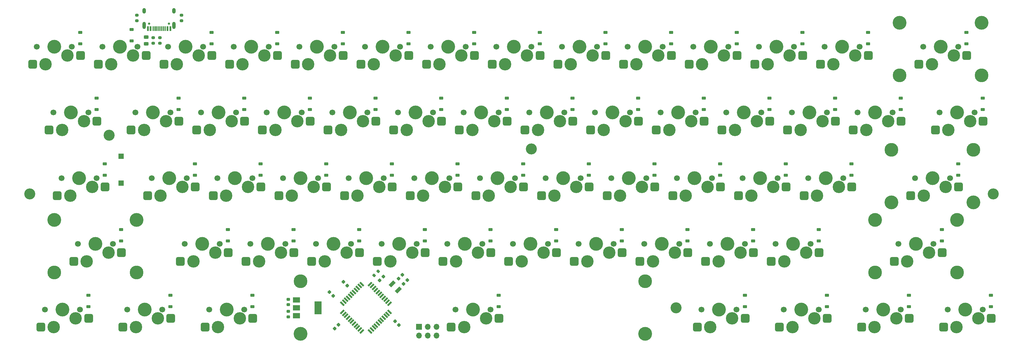
<source format=gbr>
%TF.GenerationSoftware,KiCad,Pcbnew,9.0.3*%
%TF.CreationDate,2025-08-02T20:14:01-05:00*%
%TF.ProjectId,my-keyboard,6d792d6b-6579-4626-9f61-72642e6b6963,1.0*%
%TF.SameCoordinates,Original*%
%TF.FileFunction,Soldermask,Bot*%
%TF.FilePolarity,Negative*%
%FSLAX46Y46*%
G04 Gerber Fmt 4.6, Leading zero omitted, Abs format (unit mm)*
G04 Created by KiCad (PCBNEW 9.0.3) date 2025-08-02 20:14:01*
%MOMM*%
%LPD*%
G01*
G04 APERTURE LIST*
G04 Aperture macros list*
%AMRoundRect*
0 Rectangle with rounded corners*
0 $1 Rounding radius*
0 $2 $3 $4 $5 $6 $7 $8 $9 X,Y pos of 4 corners*
0 Add a 4 corners polygon primitive as box body*
4,1,4,$2,$3,$4,$5,$6,$7,$8,$9,$2,$3,0*
0 Add four circle primitives for the rounded corners*
1,1,$1+$1,$2,$3*
1,1,$1+$1,$4,$5*
1,1,$1+$1,$6,$7*
1,1,$1+$1,$8,$9*
0 Add four rect primitives between the rounded corners*
20,1,$1+$1,$2,$3,$4,$5,0*
20,1,$1+$1,$4,$5,$6,$7,0*
20,1,$1+$1,$6,$7,$8,$9,0*
20,1,$1+$1,$8,$9,$2,$3,0*%
%AMRotRect*
0 Rectangle, with rotation*
0 The origin of the aperture is its center*
0 $1 length*
0 $2 width*
0 $3 Rotation angle, in degrees counterclockwise*
0 Add horizontal line*
21,1,$1,$2,0,0,$3*%
G04 Aperture macros list end*
%ADD10C,1.700000*%
%ADD11C,4.000000*%
%ADD12RoundRect,0.500000X-0.750000X-0.775000X0.750000X-0.775000X0.750000X0.775000X-0.750000X0.775000X0*%
%ADD13C,3.600000*%
%ADD14C,3.987800*%
%ADD15RoundRect,0.225000X-0.375000X0.225000X-0.375000X-0.225000X0.375000X-0.225000X0.375000X0.225000X0*%
%ADD16R,1.700000X1.700000*%
%ADD17O,1.700000X1.700000*%
%ADD18RoundRect,0.225000X-0.017678X0.335876X-0.335876X0.017678X0.017678X-0.335876X0.335876X-0.017678X0*%
%ADD19RoundRect,0.225000X0.017678X-0.335876X0.335876X-0.017678X-0.017678X0.335876X-0.335876X0.017678X0*%
%ADD20RoundRect,0.200000X0.275000X-0.200000X0.275000X0.200000X-0.275000X0.200000X-0.275000X-0.200000X0*%
%ADD21C,3.200000*%
%ADD22RotRect,1.500000X0.550000X315.000000*%
%ADD23RotRect,1.500000X0.550000X225.000000*%
%ADD24RoundRect,0.200000X-0.053033X0.335876X-0.335876X0.053033X0.053033X-0.335876X0.335876X-0.053033X0*%
%ADD25RoundRect,0.200000X-0.275000X0.200000X-0.275000X-0.200000X0.275000X-0.200000X0.275000X0.200000X0*%
%ADD26RoundRect,0.225000X0.335876X0.017678X0.017678X0.335876X-0.335876X-0.017678X-0.017678X-0.335876X0*%
%ADD27RoundRect,0.225000X-0.250000X0.225000X-0.250000X-0.225000X0.250000X-0.225000X0.250000X0.225000X0*%
%ADD28RotRect,1.000000X1.800000X135.000000*%
%ADD29RoundRect,0.243750X-0.456250X0.243750X-0.456250X-0.243750X0.456250X-0.243750X0.456250X0.243750X0*%
%ADD30RoundRect,0.225000X0.250000X-0.225000X0.250000X0.225000X-0.250000X0.225000X-0.250000X-0.225000X0*%
%ADD31R,1.500000X1.500000*%
%ADD32C,0.650000*%
%ADD33R,0.600000X1.450000*%
%ADD34R,0.300000X1.450000*%
%ADD35O,1.000000X1.600000*%
%ADD36O,1.000000X2.100000*%
%ADD37R,2.000000X1.500000*%
%ADD38R,2.000000X3.800000*%
%ADD39RoundRect,0.225000X-0.335876X-0.017678X-0.017678X-0.335876X0.335876X0.017678X0.017678X0.335876X0*%
G04 APERTURE END LIST*
D10*
%TO.C,KEY4*%
X63672500Y-12360000D03*
D11*
X68752500Y-12360000D03*
D10*
X73832500Y-12360000D03*
D12*
X62462500Y-17440000D03*
D13*
X66212500Y-17440000D03*
X72562500Y-14900000D03*
D12*
X76312500Y-14900000D03*
%TD*%
D11*
%TO.C,S41*%
X278302500Y-57445000D03*
D14*
X278302500Y-42205000D03*
D11*
X254490000Y-57445000D03*
D14*
X254490000Y-42205000D03*
%TD*%
D10*
%TO.C,KEY16*%
X35097500Y-31410000D03*
D11*
X40177500Y-31410000D03*
D10*
X45257500Y-31410000D03*
D12*
X33887500Y-36490000D03*
D13*
X37637500Y-36490000D03*
X43987500Y-33950000D03*
D12*
X47737500Y-33950000D03*
%TD*%
D10*
%TO.C,KEY47*%
X125585000Y-69510000D03*
D11*
X130665000Y-69510000D03*
D10*
X135745000Y-69510000D03*
D12*
X124375000Y-74590000D03*
D13*
X128125000Y-74590000D03*
X134475000Y-72050000D03*
D12*
X138225000Y-72050000D03*
%TD*%
D10*
%TO.C,KEY45*%
X87485000Y-69510000D03*
D11*
X92565000Y-69510000D03*
D10*
X97645000Y-69510000D03*
D12*
X86275000Y-74590000D03*
D13*
X90025000Y-74590000D03*
X96375000Y-72050000D03*
D12*
X100125000Y-72050000D03*
%TD*%
D10*
%TO.C,KEY48*%
X144635000Y-69510000D03*
D11*
X149715000Y-69510000D03*
D10*
X154795000Y-69510000D03*
D12*
X143425000Y-74590000D03*
D13*
X147175000Y-74590000D03*
X153525000Y-72050000D03*
D12*
X157275000Y-72050000D03*
%TD*%
D10*
%TO.C,KEY59*%
X223216250Y-88560000D03*
D11*
X228296250Y-88560000D03*
D10*
X233376250Y-88560000D03*
D12*
X222006250Y-93640000D03*
D13*
X225756250Y-93640000D03*
X232106250Y-91100000D03*
D12*
X235856250Y-91100000D03*
%TD*%
D10*
%TO.C,KEY21*%
X130347500Y-31410000D03*
D11*
X135427500Y-31410000D03*
D10*
X140507500Y-31410000D03*
D12*
X129137500Y-36490000D03*
D13*
X132887500Y-36490000D03*
X139237500Y-33950000D03*
D12*
X142987500Y-33950000D03*
%TD*%
D10*
%TO.C,KEY58*%
X199403750Y-88560000D03*
D11*
X204483750Y-88560000D03*
D10*
X209563750Y-88560000D03*
D12*
X198193750Y-93640000D03*
D13*
X201943750Y-93640000D03*
X208293750Y-91100000D03*
D12*
X212043750Y-91100000D03*
%TD*%
D10*
%TO.C,KEY32*%
X77960000Y-50460000D03*
D11*
X83040000Y-50460000D03*
D10*
X88120000Y-50460000D03*
D12*
X76750000Y-55540000D03*
D13*
X80500000Y-55540000D03*
X86850000Y-53000000D03*
D12*
X90600000Y-53000000D03*
%TD*%
D10*
%TO.C,KEY6*%
X101772500Y-12360000D03*
D11*
X106852500Y-12360000D03*
D10*
X111932500Y-12360000D03*
D12*
X100562500Y-17440000D03*
D13*
X104312500Y-17440000D03*
X110662500Y-14900000D03*
D12*
X114412500Y-14900000D03*
%TD*%
D10*
%TO.C,KEY53*%
X256553750Y-69510000D03*
D11*
X261633750Y-69510000D03*
D10*
X266713750Y-69510000D03*
D12*
X255343750Y-74590000D03*
D13*
X259093750Y-74590000D03*
X265443750Y-72050000D03*
D12*
X269193750Y-72050000D03*
%TD*%
D10*
%TO.C,KEY26*%
X225597500Y-31410000D03*
D11*
X230677500Y-31410000D03*
D10*
X235757500Y-31410000D03*
D12*
X224387500Y-36490000D03*
D13*
X228137500Y-36490000D03*
X234487500Y-33950000D03*
D12*
X238237500Y-33950000D03*
%TD*%
D10*
%TO.C,KEY15*%
X11285000Y-31410000D03*
D11*
X16365000Y-31410000D03*
D10*
X21445000Y-31410000D03*
D12*
X10075000Y-36490000D03*
D13*
X13825000Y-36490000D03*
X20175000Y-33950000D03*
D12*
X23925000Y-33950000D03*
%TD*%
D10*
%TO.C,KEY55*%
X32716250Y-88560000D03*
D11*
X37796250Y-88560000D03*
D10*
X42876250Y-88560000D03*
D12*
X31506250Y-93640000D03*
D13*
X35256250Y-93640000D03*
X41606250Y-91100000D03*
D12*
X45356250Y-91100000D03*
%TD*%
D10*
%TO.C,KEY29*%
X13666250Y-50460000D03*
D11*
X18746250Y-50460000D03*
D10*
X23826250Y-50460000D03*
D12*
X12456250Y-55540000D03*
D13*
X16206250Y-55540000D03*
X22556250Y-53000000D03*
D12*
X26306250Y-53000000D03*
%TD*%
D10*
%TO.C,KEY46*%
X106535000Y-69510000D03*
D11*
X111615000Y-69510000D03*
D10*
X116695000Y-69510000D03*
D12*
X105325000Y-74590000D03*
D13*
X109075000Y-74590000D03*
X115425000Y-72050000D03*
D12*
X119175000Y-72050000D03*
%TD*%
D10*
%TO.C,KEY35*%
X135110000Y-50460000D03*
D11*
X140190000Y-50460000D03*
D10*
X145270000Y-50460000D03*
D12*
X133900000Y-55540000D03*
D13*
X137650000Y-55540000D03*
X144000000Y-53000000D03*
D12*
X147750000Y-53000000D03*
%TD*%
D10*
%TO.C,KEY31*%
X58910000Y-50460000D03*
D11*
X63990000Y-50460000D03*
D10*
X69070000Y-50460000D03*
D12*
X57700000Y-55540000D03*
D13*
X61450000Y-55540000D03*
X67800000Y-53000000D03*
D12*
X71550000Y-53000000D03*
%TD*%
D10*
%TO.C,KEY19*%
X92247500Y-31410000D03*
D11*
X97327500Y-31410000D03*
D10*
X102407500Y-31410000D03*
D12*
X91037500Y-36490000D03*
D13*
X94787500Y-36490000D03*
X101137500Y-33950000D03*
D12*
X104887500Y-33950000D03*
%TD*%
D10*
%TO.C,KEY8*%
X139872500Y-12360000D03*
D11*
X144952500Y-12360000D03*
D10*
X150032500Y-12360000D03*
D12*
X138662500Y-17440000D03*
D13*
X142412500Y-17440000D03*
X148762500Y-14900000D03*
D12*
X152512500Y-14900000D03*
%TD*%
D10*
%TO.C,KEY37*%
X173210000Y-50460000D03*
D11*
X178290000Y-50460000D03*
D10*
X183370000Y-50460000D03*
D12*
X172000000Y-55540000D03*
D13*
X175750000Y-55540000D03*
X182100000Y-53000000D03*
D12*
X185850000Y-53000000D03*
%TD*%
D11*
%TO.C,S57*%
X183052500Y-95545000D03*
D14*
X183052500Y-80305000D03*
D11*
X83040000Y-95545000D03*
D14*
X83040000Y-80305000D03*
%TD*%
D10*
%TO.C,KEY54*%
X8903750Y-88560000D03*
D11*
X13983750Y-88560000D03*
D10*
X19063750Y-88560000D03*
D12*
X7693750Y-93640000D03*
D13*
X11443750Y-93640000D03*
X17793750Y-91100000D03*
D12*
X21543750Y-91100000D03*
%TD*%
D10*
%TO.C,KEY23*%
X168447500Y-31410000D03*
D11*
X173527500Y-31410000D03*
D10*
X178607500Y-31410000D03*
D12*
X167237500Y-36490000D03*
D13*
X170987500Y-36490000D03*
X177337500Y-33950000D03*
D12*
X181087500Y-33950000D03*
%TD*%
D10*
%TO.C,KEY17*%
X54147500Y-31410000D03*
D11*
X59227500Y-31410000D03*
D10*
X64307500Y-31410000D03*
D12*
X52937500Y-36490000D03*
D13*
X56687500Y-36490000D03*
X63037500Y-33950000D03*
D12*
X66787500Y-33950000D03*
%TD*%
D10*
%TO.C,KEY7*%
X120822500Y-12360000D03*
D11*
X125902500Y-12360000D03*
D10*
X130982500Y-12360000D03*
D12*
X119612500Y-17440000D03*
D13*
X123362500Y-17440000D03*
X129712500Y-14900000D03*
D12*
X133462500Y-14900000D03*
%TD*%
D10*
%TO.C,KEY11*%
X197022500Y-12360000D03*
D11*
X202102500Y-12360000D03*
D10*
X207182500Y-12360000D03*
D12*
X195812500Y-17440000D03*
D13*
X199562500Y-17440000D03*
X205912500Y-14900000D03*
D12*
X209662500Y-14900000D03*
%TD*%
D10*
%TO.C,KEY60*%
X247028750Y-88560000D03*
D11*
X252108750Y-88560000D03*
D10*
X257188750Y-88560000D03*
D12*
X245818750Y-93640000D03*
D13*
X249568750Y-93640000D03*
X255918750Y-91100000D03*
D12*
X259668750Y-91100000D03*
%TD*%
D10*
%TO.C,KEY51*%
X201785000Y-69510000D03*
D11*
X206865000Y-69510000D03*
D10*
X211945000Y-69510000D03*
D12*
X200575000Y-74590000D03*
D13*
X204325000Y-74590000D03*
X210675000Y-72050000D03*
D12*
X214425000Y-72050000D03*
%TD*%
D10*
%TO.C,KEY25*%
X206547500Y-31410000D03*
D11*
X211627500Y-31410000D03*
D10*
X216707500Y-31410000D03*
D12*
X205337500Y-36490000D03*
D13*
X209087500Y-36490000D03*
X215437500Y-33950000D03*
D12*
X219187500Y-33950000D03*
%TD*%
D10*
%TO.C,KEY9*%
X158922500Y-12360000D03*
D11*
X164002500Y-12360000D03*
D10*
X169082500Y-12360000D03*
D12*
X157712500Y-17440000D03*
D13*
X161462500Y-17440000D03*
X167812500Y-14900000D03*
D12*
X171562500Y-14900000D03*
%TD*%
D11*
%TO.C,S42*%
X11602500Y-62525000D03*
D14*
X11602500Y-77765000D03*
D11*
X35415000Y-62525000D03*
D14*
X35415000Y-77765000D03*
%TD*%
D10*
%TO.C,KEY30*%
X39860000Y-50460000D03*
D11*
X44940000Y-50460000D03*
D10*
X50020000Y-50460000D03*
D12*
X38650000Y-55540000D03*
D13*
X42400000Y-55540000D03*
X48750000Y-53000000D03*
D12*
X52500000Y-53000000D03*
%TD*%
D10*
%TO.C,KEY42*%
X18428750Y-69510000D03*
D11*
X23508750Y-69510000D03*
D10*
X28588750Y-69510000D03*
D12*
X17218750Y-74590000D03*
D13*
X20968750Y-74590000D03*
X27318750Y-72050000D03*
D12*
X31068750Y-72050000D03*
%TD*%
D10*
%TO.C,KEY22*%
X149397500Y-31410000D03*
D11*
X154477500Y-31410000D03*
D10*
X159557500Y-31410000D03*
D12*
X148187500Y-36490000D03*
D13*
X151937500Y-36490000D03*
X158287500Y-33950000D03*
D12*
X162037500Y-33950000D03*
%TD*%
D11*
%TO.C,S53*%
X249727500Y-62525000D03*
D14*
X249727500Y-77765000D03*
D11*
X273540000Y-62525000D03*
D14*
X273540000Y-77765000D03*
%TD*%
D10*
%TO.C,KEY27*%
X244647500Y-31410000D03*
D11*
X249727500Y-31410000D03*
D10*
X254807500Y-31410000D03*
D12*
X243437500Y-36490000D03*
D13*
X247187500Y-36490000D03*
X253537500Y-33950000D03*
D12*
X257287500Y-33950000D03*
%TD*%
D10*
%TO.C,KEY33*%
X97010000Y-50460000D03*
D11*
X102090000Y-50460000D03*
D10*
X107170000Y-50460000D03*
D12*
X95800000Y-55540000D03*
D13*
X99550000Y-55540000D03*
X105900000Y-53000000D03*
D12*
X109650000Y-53000000D03*
%TD*%
D10*
%TO.C,KEY14*%
X263697500Y-12360000D03*
D11*
X268777500Y-12360000D03*
D10*
X273857500Y-12360000D03*
D12*
X262487500Y-17440000D03*
D13*
X266237500Y-17440000D03*
X272587500Y-14900000D03*
D12*
X276337500Y-14900000D03*
%TD*%
D10*
%TO.C,KEY41*%
X261316250Y-50460000D03*
D11*
X266396250Y-50460000D03*
D10*
X271476250Y-50460000D03*
D12*
X260106250Y-55540000D03*
D13*
X263856250Y-55540000D03*
X270206250Y-53000000D03*
D12*
X273956250Y-53000000D03*
%TD*%
D10*
%TO.C,KEY28*%
X268460000Y-31410000D03*
D11*
X273540000Y-31410000D03*
D10*
X278620000Y-31410000D03*
D12*
X267250000Y-36490000D03*
D13*
X271000000Y-36490000D03*
X277350000Y-33950000D03*
D12*
X281100000Y-33950000D03*
%TD*%
D10*
%TO.C,KEY18*%
X73197500Y-31410000D03*
D11*
X78277500Y-31410000D03*
D10*
X83357500Y-31410000D03*
D12*
X71987500Y-36490000D03*
D13*
X75737500Y-36490000D03*
X82087500Y-33950000D03*
D12*
X85837500Y-33950000D03*
%TD*%
D10*
%TO.C,KEY57*%
X127966250Y-88560000D03*
D11*
X133046250Y-88560000D03*
D10*
X138126250Y-88560000D03*
D12*
X126756250Y-93640000D03*
D13*
X130506250Y-93640000D03*
X136856250Y-91100000D03*
D12*
X140606250Y-91100000D03*
%TD*%
D10*
%TO.C,KEY61*%
X270841250Y-88560000D03*
D11*
X275921250Y-88560000D03*
D10*
X281001250Y-88560000D03*
D12*
X269631250Y-93640000D03*
D13*
X273381250Y-93640000D03*
X279731250Y-91100000D03*
D12*
X283481250Y-91100000D03*
%TD*%
D10*
%TO.C,KEY40*%
X230360000Y-50460000D03*
D11*
X235440000Y-50460000D03*
D10*
X240520000Y-50460000D03*
D12*
X229150000Y-55540000D03*
D13*
X232900000Y-55540000D03*
X239250000Y-53000000D03*
D12*
X243000000Y-53000000D03*
%TD*%
D10*
%TO.C,KEY5*%
X82722500Y-12360000D03*
D11*
X87802500Y-12360000D03*
D10*
X92882500Y-12360000D03*
D12*
X81512500Y-17440000D03*
D13*
X85262500Y-17440000D03*
X91612500Y-14900000D03*
D12*
X95362500Y-14900000D03*
%TD*%
D11*
%TO.C,S14*%
X256871250Y-5375000D03*
D14*
X256871250Y-20615000D03*
D11*
X280683750Y-5375000D03*
D14*
X280683750Y-20615000D03*
%TD*%
D10*
%TO.C,KEY3*%
X44622500Y-12360000D03*
D11*
X49702500Y-12360000D03*
D10*
X54782500Y-12360000D03*
D12*
X43412500Y-17440000D03*
D13*
X47162500Y-17440000D03*
X53512500Y-14900000D03*
D12*
X57262500Y-14900000D03*
%TD*%
D10*
%TO.C,KEY52*%
X220835000Y-69510000D03*
D11*
X225915000Y-69510000D03*
D10*
X230995000Y-69510000D03*
D12*
X219625000Y-74590000D03*
D13*
X223375000Y-74590000D03*
X229725000Y-72050000D03*
D12*
X233475000Y-72050000D03*
%TD*%
D10*
%TO.C,KEY56*%
X56528750Y-88560000D03*
D11*
X61608750Y-88560000D03*
D10*
X66688750Y-88560000D03*
D12*
X55318750Y-93640000D03*
D13*
X59068750Y-93640000D03*
X65418750Y-91100000D03*
D12*
X69168750Y-91100000D03*
%TD*%
D10*
%TO.C,KEY20*%
X111297500Y-31410000D03*
D11*
X116377500Y-31410000D03*
D10*
X121457500Y-31410000D03*
D12*
X110087500Y-36490000D03*
D13*
X113837500Y-36490000D03*
X120187500Y-33950000D03*
D12*
X123937500Y-33950000D03*
%TD*%
D10*
%TO.C,KEY12*%
X216072500Y-12360000D03*
D11*
X221152500Y-12360000D03*
D10*
X226232500Y-12360000D03*
D12*
X214862500Y-17440000D03*
D13*
X218612500Y-17440000D03*
X224962500Y-14900000D03*
D12*
X228712500Y-14900000D03*
%TD*%
D10*
%TO.C,KEY39*%
X211310000Y-50460000D03*
D11*
X216390000Y-50460000D03*
D10*
X221470000Y-50460000D03*
D12*
X210100000Y-55540000D03*
D13*
X213850000Y-55540000D03*
X220200000Y-53000000D03*
D12*
X223950000Y-53000000D03*
%TD*%
D10*
%TO.C,KEY1*%
X6522500Y-12360000D03*
D11*
X11602500Y-12360000D03*
D10*
X16682500Y-12360000D03*
D12*
X5312500Y-17440000D03*
D13*
X9062500Y-17440000D03*
X15412500Y-14900000D03*
D12*
X19162500Y-14900000D03*
%TD*%
D10*
%TO.C,KEY24*%
X187497500Y-31410000D03*
D11*
X192577500Y-31410000D03*
D10*
X197657500Y-31410000D03*
D12*
X186287500Y-36490000D03*
D13*
X190037500Y-36490000D03*
X196387500Y-33950000D03*
D12*
X200137500Y-33950000D03*
%TD*%
D10*
%TO.C,KEY43*%
X49385000Y-69510000D03*
D11*
X54465000Y-69510000D03*
D10*
X59545000Y-69510000D03*
D12*
X48175000Y-74590000D03*
D13*
X51925000Y-74590000D03*
X58275000Y-72050000D03*
D12*
X62025000Y-72050000D03*
%TD*%
D10*
%TO.C,KEY50*%
X182735000Y-69510000D03*
D11*
X187815000Y-69510000D03*
D10*
X192895000Y-69510000D03*
D12*
X181525000Y-74590000D03*
D13*
X185275000Y-74590000D03*
X191625000Y-72050000D03*
D12*
X195375000Y-72050000D03*
%TD*%
D10*
%TO.C,KEY13*%
X235122500Y-12360000D03*
D11*
X240202500Y-12360000D03*
D10*
X245282500Y-12360000D03*
D12*
X233912500Y-17440000D03*
D13*
X237662500Y-17440000D03*
X244012500Y-14900000D03*
D12*
X247762500Y-14900000D03*
%TD*%
D10*
%TO.C,KEY10*%
X177972500Y-12360000D03*
D11*
X183052500Y-12360000D03*
D10*
X188132500Y-12360000D03*
D12*
X176762500Y-17440000D03*
D13*
X180512500Y-17440000D03*
X186862500Y-14900000D03*
D12*
X190612500Y-14900000D03*
%TD*%
D10*
%TO.C,KEY49*%
X163685000Y-69510000D03*
D11*
X168765000Y-69510000D03*
D10*
X173845000Y-69510000D03*
D12*
X162475000Y-74590000D03*
D13*
X166225000Y-74590000D03*
X172575000Y-72050000D03*
D12*
X176325000Y-72050000D03*
%TD*%
D10*
%TO.C,KEY2*%
X25572500Y-12360000D03*
D11*
X30652500Y-12360000D03*
D10*
X35732500Y-12360000D03*
D12*
X24362500Y-17440000D03*
D13*
X28112500Y-17440000D03*
X34462500Y-14900000D03*
D12*
X38212500Y-14900000D03*
%TD*%
D10*
%TO.C,KEY38*%
X192260000Y-50460000D03*
D11*
X197340000Y-50460000D03*
D10*
X202420000Y-50460000D03*
D12*
X191050000Y-55540000D03*
D13*
X194800000Y-55540000D03*
X201150000Y-53000000D03*
D12*
X204900000Y-53000000D03*
%TD*%
D10*
%TO.C,KEY44*%
X68435000Y-69510000D03*
D11*
X73515000Y-69510000D03*
D10*
X78595000Y-69510000D03*
D12*
X67225000Y-74590000D03*
D13*
X70975000Y-74590000D03*
X77325000Y-72050000D03*
D12*
X81075000Y-72050000D03*
%TD*%
D10*
%TO.C,KEY34*%
X116060000Y-50460000D03*
D11*
X121140000Y-50460000D03*
D10*
X126220000Y-50460000D03*
D12*
X114850000Y-55540000D03*
D13*
X118600000Y-55540000D03*
X124950000Y-53000000D03*
D12*
X128700000Y-53000000D03*
%TD*%
D10*
%TO.C,KEY36*%
X154160000Y-50460000D03*
D11*
X159240000Y-50460000D03*
D10*
X164320000Y-50460000D03*
D12*
X152950000Y-55540000D03*
D13*
X156700000Y-55540000D03*
X163050000Y-53000000D03*
D12*
X166800000Y-53000000D03*
%TD*%
D15*
%TO.C,D26*%
X238152500Y-27235000D03*
X238152500Y-30535000D03*
%TD*%
%TO.C,D24*%
X200052500Y-27235000D03*
X200052500Y-30535000D03*
%TD*%
%TO.C,D55*%
X45271250Y-84385000D03*
X45271250Y-87685000D03*
%TD*%
%TO.C,D28*%
X281015000Y-27235000D03*
X281015000Y-30535000D03*
%TD*%
%TO.C,D38*%
X204815000Y-46285000D03*
X204815000Y-49585000D03*
%TD*%
D16*
%TO.C,J2*%
X117420000Y-93500000D03*
D17*
X117420000Y-96040000D03*
X119960000Y-93500000D03*
X119960000Y-96040000D03*
X122500000Y-93500000D03*
X122500000Y-96040000D03*
%TD*%
D15*
%TO.C,D18*%
X85752500Y-27235000D03*
X85752500Y-30535000D03*
%TD*%
%TO.C,D51*%
X214340000Y-65335000D03*
X214340000Y-68635000D03*
%TD*%
%TO.C,D10*%
X190527500Y-8185000D03*
X190527500Y-11485000D03*
%TD*%
%TO.C,D45*%
X100040000Y-65335000D03*
X100040000Y-68635000D03*
%TD*%
%TO.C,D8*%
X152427500Y-8185000D03*
X152427500Y-11485000D03*
%TD*%
D18*
%TO.C,C5*%
X112548008Y-78451992D03*
X111451992Y-79548008D03*
%TD*%
D15*
%TO.C,D49*%
X176240000Y-65335000D03*
X176240000Y-68635000D03*
%TD*%
%TO.C,D1*%
X19077500Y-8185000D03*
X19077500Y-11485000D03*
%TD*%
%TO.C,D4*%
X76227500Y-8185000D03*
X76227500Y-11485000D03*
%TD*%
D19*
%TO.C,C2*%
X105951992Y-80048008D03*
X107048008Y-78951992D03*
%TD*%
D20*
%TO.C,R3*%
X40250000Y-11325000D03*
X40250000Y-9675000D03*
%TD*%
D15*
%TO.C,D2*%
X34000000Y-7350000D03*
X34000000Y-10650000D03*
%TD*%
%TO.C,D61*%
X283396250Y-84385000D03*
X283396250Y-87685000D03*
%TD*%
%TO.C,D46*%
X119090000Y-65335000D03*
X119090000Y-68635000D03*
%TD*%
%TO.C,D3*%
X57177500Y-8185000D03*
X57177500Y-11485000D03*
%TD*%
D18*
%TO.C,C6*%
X94048008Y-92951992D03*
X92951992Y-94048008D03*
%TD*%
D21*
%TO.C,H2*%
X27500000Y-38000000D03*
%TD*%
D20*
%TO.C,R1*%
X35500000Y-4825000D03*
X35500000Y-3175000D03*
%TD*%
D15*
%TO.C,D23*%
X181002500Y-27235000D03*
X181002500Y-30535000D03*
%TD*%
%TO.C,D32*%
X90515000Y-46285000D03*
X90515000Y-49585000D03*
%TD*%
%TO.C,D17*%
X66702500Y-27235000D03*
X66702500Y-30535000D03*
%TD*%
%TO.C,D39*%
X223865000Y-46285000D03*
X223865000Y-49585000D03*
%TD*%
D22*
%TO.C,U1*%
X95141064Y-86797918D03*
X95706750Y-86232233D03*
X96272435Y-85666548D03*
X96838120Y-85100862D03*
X97403806Y-84535177D03*
X97969491Y-83969491D03*
X98535177Y-83403806D03*
X99100862Y-82838120D03*
X99666548Y-82272435D03*
X100232233Y-81706750D03*
X100797918Y-81141064D03*
D23*
X103202082Y-81141064D03*
X103767767Y-81706750D03*
X104333452Y-82272435D03*
X104899138Y-82838120D03*
X105464823Y-83403806D03*
X106030509Y-83969491D03*
X106596194Y-84535177D03*
X107161880Y-85100862D03*
X107727565Y-85666548D03*
X108293250Y-86232233D03*
X108858936Y-86797918D03*
D22*
X108858936Y-89202082D03*
X108293250Y-89767767D03*
X107727565Y-90333452D03*
X107161880Y-90899138D03*
X106596194Y-91464823D03*
X106030509Y-92030509D03*
X105464823Y-92596194D03*
X104899138Y-93161880D03*
X104333452Y-93727565D03*
X103767767Y-94293250D03*
X103202082Y-94858936D03*
D23*
X100797918Y-94858936D03*
X100232233Y-94293250D03*
X99666548Y-93727565D03*
X99100862Y-93161880D03*
X98535177Y-92596194D03*
X97969491Y-92030509D03*
X97403806Y-91464823D03*
X96838120Y-90899138D03*
X96272435Y-90333452D03*
X95706750Y-89767767D03*
X95141064Y-89202082D03*
%TD*%
D15*
%TO.C,D11*%
X209577500Y-8185000D03*
X209577500Y-11485000D03*
%TD*%
%TO.C,D58*%
X211958750Y-84385000D03*
X211958750Y-87685000D03*
%TD*%
D24*
%TO.C,R5*%
X105583363Y-77416637D03*
X104416637Y-78583363D03*
%TD*%
D15*
%TO.C,D30*%
X52415000Y-46285000D03*
X52415000Y-49585000D03*
%TD*%
%TO.C,D43*%
X61940000Y-65335000D03*
X61940000Y-68635000D03*
%TD*%
%TO.C,D48*%
X157190000Y-65335000D03*
X157190000Y-68635000D03*
%TD*%
%TO.C,D57*%
X140521250Y-84385000D03*
X140521250Y-87685000D03*
%TD*%
%TO.C,D52*%
X233390000Y-65335000D03*
X233390000Y-68635000D03*
%TD*%
%TO.C,D29*%
X26221250Y-46285000D03*
X26221250Y-49585000D03*
%TD*%
D21*
%TO.C,H1*%
X150000000Y-42000000D03*
%TD*%
%TO.C,H5*%
X192000000Y-88000000D03*
%TD*%
D15*
%TO.C,D16*%
X47652500Y-27235000D03*
X47652500Y-30535000D03*
%TD*%
D25*
%TO.C,R2*%
X48500000Y-3175000D03*
X48500000Y-4825000D03*
%TD*%
D26*
%TO.C,C7*%
X96548008Y-81548008D03*
X95451992Y-80451992D03*
%TD*%
D18*
%TO.C,C4*%
X114048008Y-79951992D03*
X112951992Y-81048008D03*
%TD*%
D15*
%TO.C,D60*%
X259583750Y-84385000D03*
X259583750Y-87685000D03*
%TD*%
%TO.C,D7*%
X133377500Y-8185000D03*
X133377500Y-11485000D03*
%TD*%
%TO.C,D44*%
X80990000Y-65335000D03*
X80990000Y-68635000D03*
%TD*%
%TO.C,D40*%
X242915000Y-46285000D03*
X242915000Y-49585000D03*
%TD*%
%TO.C,D53*%
X269108750Y-65335000D03*
X269108750Y-68635000D03*
%TD*%
D27*
%TO.C,C9*%
X79500000Y-89075000D03*
X79500000Y-90625000D03*
%TD*%
D15*
%TO.C,D36*%
X166715000Y-46285000D03*
X166715000Y-49585000D03*
%TD*%
%TO.C,D9*%
X171477500Y-8185000D03*
X171477500Y-11485000D03*
%TD*%
D28*
%TO.C,Y1*%
X109616117Y-81116117D03*
X111383883Y-82883883D03*
%TD*%
D29*
%TO.C,F1*%
X38250000Y-9562500D03*
X38250000Y-11437500D03*
%TD*%
D30*
%TO.C,C8*%
X79500000Y-87125000D03*
X79500000Y-85575000D03*
%TD*%
D15*
%TO.C,D27*%
X257202500Y-27235000D03*
X257202500Y-30535000D03*
%TD*%
%TO.C,D41*%
X273871250Y-46285000D03*
X273871250Y-49585000D03*
%TD*%
D31*
%TO.C,SW1*%
X31000000Y-44100000D03*
X31000000Y-51900000D03*
%TD*%
D32*
%TO.C,J1*%
X39110000Y-5600000D03*
X44890000Y-5600000D03*
D33*
X38750000Y-7045000D03*
X39550000Y-7045000D03*
D34*
X40750000Y-7045000D03*
X41750000Y-7045000D03*
X42250000Y-7045000D03*
X43250000Y-7045000D03*
D33*
X44450000Y-7045000D03*
X45250000Y-7045000D03*
X45250000Y-7045000D03*
X44450000Y-7045000D03*
D34*
X43750000Y-7045000D03*
X42750000Y-7045000D03*
X41250000Y-7045000D03*
X40250000Y-7045000D03*
D33*
X39550000Y-7045000D03*
X38750000Y-7045000D03*
D35*
X37680000Y-1950000D03*
D36*
X37680000Y-6130000D03*
D35*
X46320000Y-1950000D03*
D36*
X46320000Y-6130000D03*
%TD*%
D15*
%TO.C,D15*%
X23840000Y-27235000D03*
X23840000Y-30535000D03*
%TD*%
%TO.C,D42*%
X30983750Y-65335000D03*
X30983750Y-68635000D03*
%TD*%
%TO.C,D25*%
X219102500Y-27235000D03*
X219102500Y-30535000D03*
%TD*%
%TO.C,D54*%
X21458750Y-84385000D03*
X21458750Y-87685000D03*
%TD*%
D26*
%TO.C,C1*%
X92548008Y-84548008D03*
X91451992Y-83451992D03*
%TD*%
D15*
%TO.C,D19*%
X104802500Y-27235000D03*
X104802500Y-30535000D03*
%TD*%
D20*
%TO.C,R4*%
X42250000Y-11325000D03*
X42250000Y-9675000D03*
%TD*%
D15*
%TO.C,D50*%
X195290000Y-65335000D03*
X195290000Y-68635000D03*
%TD*%
%TO.C,D20*%
X123852500Y-27235000D03*
X123852500Y-30535000D03*
%TD*%
%TO.C,D12*%
X228627500Y-8185000D03*
X228627500Y-11485000D03*
%TD*%
%TO.C,D35*%
X147665000Y-46285000D03*
X147665000Y-49585000D03*
%TD*%
%TO.C,D56*%
X69083750Y-84385000D03*
X69083750Y-87685000D03*
%TD*%
%TO.C,D5*%
X95277500Y-8185000D03*
X95277500Y-11485000D03*
%TD*%
%TO.C,D22*%
X161952500Y-27235000D03*
X161952500Y-30535000D03*
%TD*%
%TO.C,D34*%
X128615000Y-46285000D03*
X128615000Y-49585000D03*
%TD*%
%TO.C,D14*%
X276252500Y-8185000D03*
X276252500Y-11485000D03*
%TD*%
%TO.C,D6*%
X114327500Y-8185000D03*
X114327500Y-11485000D03*
%TD*%
D37*
%TO.C,U2*%
X81850000Y-90300000D03*
X81850000Y-88000000D03*
D38*
X88150000Y-88000000D03*
D37*
X81850000Y-85700000D03*
%TD*%
D15*
%TO.C,D21*%
X142902500Y-27235000D03*
X142902500Y-30535000D03*
%TD*%
D39*
%TO.C,C3*%
X110451992Y-91951992D03*
X111548008Y-93048008D03*
%TD*%
D21*
%TO.C,H4*%
X4500000Y-55000000D03*
%TD*%
D15*
%TO.C,D13*%
X247677500Y-8185000D03*
X247677500Y-11485000D03*
%TD*%
%TO.C,D31*%
X71465000Y-46285000D03*
X71465000Y-49585000D03*
%TD*%
D21*
%TO.C,H3*%
X284000000Y-55000000D03*
%TD*%
D15*
%TO.C,D33*%
X109565000Y-46285000D03*
X109565000Y-49585000D03*
%TD*%
%TO.C,D47*%
X138140000Y-65335000D03*
X138140000Y-68635000D03*
%TD*%
%TO.C,D59*%
X235771250Y-84385000D03*
X235771250Y-87685000D03*
%TD*%
%TO.C,D37*%
X185765000Y-46285000D03*
X185765000Y-49585000D03*
%TD*%
M02*

</source>
